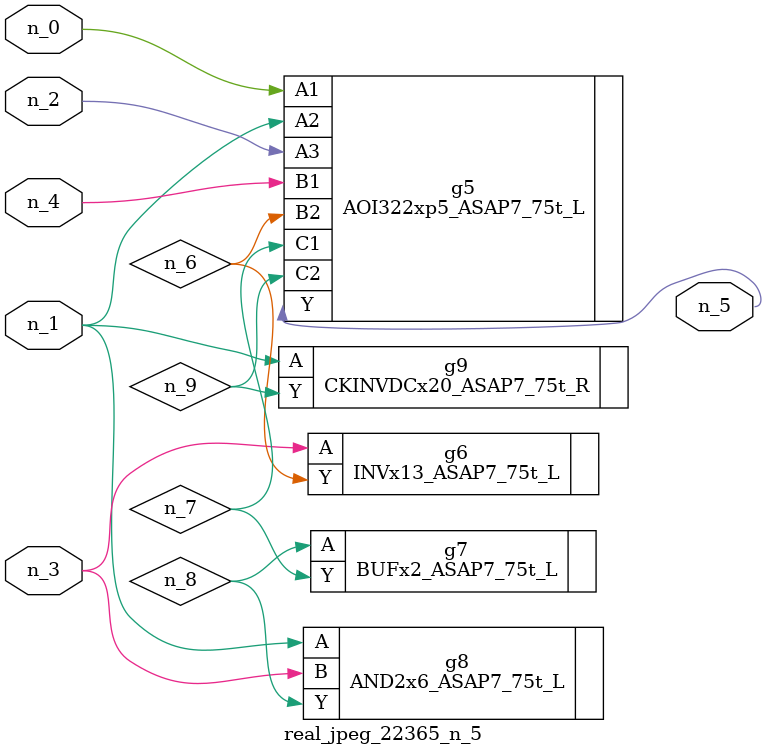
<source format=v>
module real_jpeg_22365_n_5 (n_4, n_0, n_1, n_2, n_3, n_5);

input n_4;
input n_0;
input n_1;
input n_2;
input n_3;

output n_5;

wire n_8;
wire n_6;
wire n_7;
wire n_9;

AOI322xp5_ASAP7_75t_L g5 ( 
.A1(n_0),
.A2(n_1),
.A3(n_2),
.B1(n_4),
.B2(n_6),
.C1(n_7),
.C2(n_9),
.Y(n_5)
);

AND2x6_ASAP7_75t_L g8 ( 
.A(n_1),
.B(n_3),
.Y(n_8)
);

CKINVDCx20_ASAP7_75t_R g9 ( 
.A(n_1),
.Y(n_9)
);

INVx13_ASAP7_75t_L g6 ( 
.A(n_3),
.Y(n_6)
);

BUFx2_ASAP7_75t_L g7 ( 
.A(n_8),
.Y(n_7)
);


endmodule
</source>
